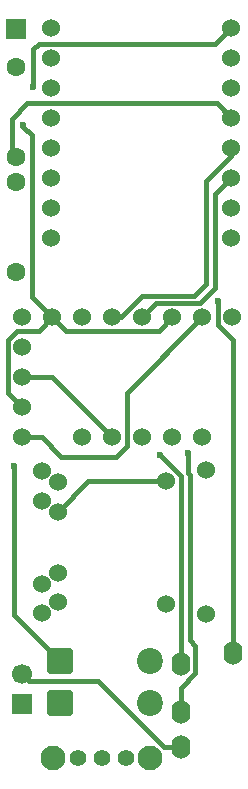
<source format=gtl>
G04 #@! TF.GenerationSoftware,KiCad,Pcbnew,9.0.2*
G04 #@! TF.CreationDate,2025-07-15T04:34:08-04:00*
G04 #@! TF.ProjectId,FBT,4642542e-6b69-4636-9164-5f7063625858,rev?*
G04 #@! TF.SameCoordinates,Original*
G04 #@! TF.FileFunction,Copper,L1,Top*
G04 #@! TF.FilePolarity,Positive*
%FSLAX46Y46*%
G04 Gerber Fmt 4.6, Leading zero omitted, Abs format (unit mm)*
G04 Created by KiCad (PCBNEW 9.0.2) date 2025-07-15 04:34:08*
%MOMM*%
%LPD*%
G01*
G04 APERTURE LIST*
G04 Aperture macros list*
%AMRoundRect*
0 Rectangle with rounded corners*
0 $1 Rounding radius*
0 $2 $3 $4 $5 $6 $7 $8 $9 X,Y pos of 4 corners*
0 Add a 4 corners polygon primitive as box body*
4,1,4,$2,$3,$4,$5,$6,$7,$8,$9,$2,$3,0*
0 Add four circle primitives for the rounded corners*
1,1,$1+$1,$2,$3*
1,1,$1+$1,$4,$5*
1,1,$1+$1,$6,$7*
1,1,$1+$1,$8,$9*
0 Add four rect primitives between the rounded corners*
20,1,$1+$1,$2,$3,$4,$5,0*
20,1,$1+$1,$4,$5,$6,$7,0*
20,1,$1+$1,$6,$7,$8,$9,0*
20,1,$1+$1,$8,$9,$2,$3,0*%
G04 Aperture macros list end*
G04 #@! TA.AperFunction,ComponentPad*
%ADD10R,1.700000X1.700000*%
G04 #@! TD*
G04 #@! TA.AperFunction,ComponentPad*
%ADD11C,2.100000*%
G04 #@! TD*
G04 #@! TA.AperFunction,ComponentPad*
%ADD12C,1.400000*%
G04 #@! TD*
G04 #@! TA.AperFunction,ComponentPad*
%ADD13C,1.524000*%
G04 #@! TD*
G04 #@! TA.AperFunction,ComponentPad*
%ADD14O,1.600000X2.000000*%
G04 #@! TD*
G04 #@! TA.AperFunction,ComponentPad*
%ADD15RoundRect,0.249999X-0.850001X-0.850001X0.850001X-0.850001X0.850001X0.850001X-0.850001X0.850001X0*%
G04 #@! TD*
G04 #@! TA.AperFunction,ComponentPad*
%ADD16C,2.200000*%
G04 #@! TD*
G04 #@! TA.AperFunction,ComponentPad*
%ADD17C,1.600000*%
G04 #@! TD*
G04 #@! TA.AperFunction,ComponentPad*
%ADD18C,1.700000*%
G04 #@! TD*
G04 #@! TA.AperFunction,ViaPad*
%ADD19C,0.600000*%
G04 #@! TD*
G04 #@! TA.AperFunction,Conductor*
%ADD20C,0.400000*%
G04 #@! TD*
G04 APERTURE END LIST*
D10*
X106553000Y-25908000D03*
D11*
X109700000Y-87600000D03*
X117900000Y-87600000D03*
D12*
X111800000Y-87600000D03*
X113800000Y-87600000D03*
X115800000Y-87600000D03*
D13*
X124841000Y-50292000D03*
X122301000Y-50292000D03*
X119761000Y-50292000D03*
X117221000Y-50292000D03*
X114681000Y-50292000D03*
X112141000Y-50292000D03*
X109601000Y-50292000D03*
X112141000Y-60452000D03*
X114681000Y-60452000D03*
X117221000Y-60452000D03*
X119761000Y-60452000D03*
X122301000Y-60452000D03*
D14*
X120494000Y-79700000D03*
X120494000Y-83700000D03*
X120494000Y-86700000D03*
X124894000Y-78700000D03*
D15*
X110236000Y-83000000D03*
D16*
X117856000Y-83000000D03*
D17*
X106553000Y-38862000D03*
X106553000Y-46482000D03*
D13*
X122645980Y-75456462D03*
X122645980Y-63256462D03*
X108745980Y-63356462D03*
X108745980Y-65856462D03*
X108745980Y-72856462D03*
X108745980Y-75356462D03*
X119250000Y-74550000D03*
X119250000Y-64150000D03*
X110050000Y-64250000D03*
X110050000Y-66750000D03*
X110050000Y-71950000D03*
X110050000Y-74450000D03*
D10*
X107061000Y-83058000D03*
D18*
X107061000Y-80518000D03*
D15*
X110236000Y-79375000D03*
D16*
X117856000Y-79375000D03*
D17*
X106553000Y-29083000D03*
X106553000Y-36703000D03*
D13*
X109514000Y-25785000D03*
X109514000Y-28325000D03*
X109514000Y-30865000D03*
X109514000Y-33405000D03*
X109514000Y-35945000D03*
X109514000Y-38485000D03*
X109514000Y-41025000D03*
X109474000Y-43565000D03*
X124714000Y-43565000D03*
X124714000Y-41025000D03*
X124714000Y-38485000D03*
X124714000Y-35945000D03*
X124714000Y-33405000D03*
X124714000Y-30865000D03*
X124714000Y-28325000D03*
X124714000Y-25785000D03*
X107036656Y-60457212D03*
X107036656Y-57917212D03*
X107036656Y-55377212D03*
X107036656Y-52837212D03*
X107036656Y-50297212D03*
D19*
X118694731Y-61950000D03*
X123600000Y-48900000D03*
X121050000Y-61800000D03*
X107150000Y-34050000D03*
X108000000Y-30800000D03*
X106400000Y-62900000D03*
D20*
X124714000Y-36686000D02*
X122650000Y-38750000D01*
X120494000Y-63749269D02*
X120494000Y-79700000D01*
X122650000Y-47450000D02*
X121600000Y-48500000D01*
X117200000Y-48500000D02*
X115408000Y-50292000D01*
X115408000Y-50292000D02*
X114681000Y-50292000D01*
X122650000Y-38750000D02*
X122650000Y-47450000D01*
X121600000Y-48500000D02*
X117200000Y-48500000D01*
X124714000Y-35945000D02*
X124714000Y-36686000D01*
X118694731Y-61950000D02*
X120494000Y-63749269D01*
X124894000Y-52244000D02*
X123600000Y-50950000D01*
X123600000Y-50950000D02*
X123600000Y-48900000D01*
X124894000Y-78700000D02*
X124894000Y-52244000D01*
X121050000Y-63455327D02*
X121250000Y-63655327D01*
X121700000Y-78100000D02*
X121700000Y-80450000D01*
X121050000Y-61800000D02*
X121050000Y-63455327D01*
X120494000Y-81656000D02*
X120494000Y-83700000D01*
X124714000Y-38485000D02*
X123350000Y-39849000D01*
X121700000Y-80450000D02*
X120494000Y-81656000D01*
X121250000Y-77650000D02*
X121700000Y-78100000D01*
X122071000Y-49129000D02*
X118371000Y-49129000D01*
X123350000Y-39849000D02*
X123350000Y-47850000D01*
X121250000Y-63655327D02*
X121250000Y-77650000D01*
X117221000Y-50279000D02*
X117221000Y-50292000D01*
X118371000Y-49129000D02*
X117221000Y-50279000D01*
X123350000Y-47850000D02*
X122071000Y-49129000D01*
X119052024Y-86700000D02*
X113452024Y-81100000D01*
X105873656Y-52226344D02*
X105873656Y-56754212D01*
X106639788Y-51460212D02*
X105873656Y-52226344D01*
X107150000Y-34150000D02*
X107900000Y-34900000D01*
X109601000Y-50292000D02*
X108432788Y-51460212D01*
X118598000Y-51455000D02*
X110764000Y-51455000D01*
X105873656Y-56754212D02*
X107036656Y-57917212D01*
X112650000Y-64150000D02*
X110050000Y-66750000D01*
X119761000Y-50292000D02*
X118598000Y-51455000D01*
X107900000Y-34900000D02*
X107900000Y-48591000D01*
X113452024Y-81100000D02*
X107643000Y-81100000D01*
X119250000Y-64150000D02*
X112650000Y-64150000D01*
X107643000Y-81100000D02*
X107061000Y-80518000D01*
X107900000Y-48591000D02*
X109601000Y-50292000D01*
X107150000Y-34050000D02*
X107150000Y-34150000D01*
X110764000Y-51455000D02*
X109601000Y-50292000D01*
X108432788Y-51460212D02*
X106639788Y-51460212D01*
X120494000Y-86700000D02*
X119052024Y-86700000D01*
X106400000Y-75539000D02*
X106400000Y-62900000D01*
X124714000Y-25785000D02*
X123337000Y-27162000D01*
X108000000Y-27600000D02*
X108000000Y-30800000D01*
X110236000Y-79375000D02*
X106400000Y-75539000D01*
X123337000Y-27162000D02*
X108438000Y-27162000D01*
X108438000Y-27162000D02*
X108000000Y-27600000D01*
X115000000Y-62100000D02*
X115913865Y-61186135D01*
X115913865Y-61186135D02*
X115913865Y-56679135D01*
X110350000Y-62100000D02*
X115000000Y-62100000D01*
X115913865Y-56679135D02*
X122301000Y-50292000D01*
X108707212Y-60457212D02*
X110350000Y-62100000D01*
X107036656Y-60457212D02*
X108707212Y-60457212D01*
X109606212Y-55377212D02*
X107036656Y-55377212D01*
X114681000Y-60452000D02*
X109606212Y-55377212D01*
X107500000Y-32200000D02*
X123509000Y-32200000D01*
X106553000Y-36703000D02*
X106150000Y-36300000D01*
X123509000Y-32200000D02*
X124714000Y-33405000D01*
X106150000Y-36300000D02*
X106150000Y-33550000D01*
X106150000Y-33550000D02*
X107500000Y-32200000D01*
M02*

</source>
